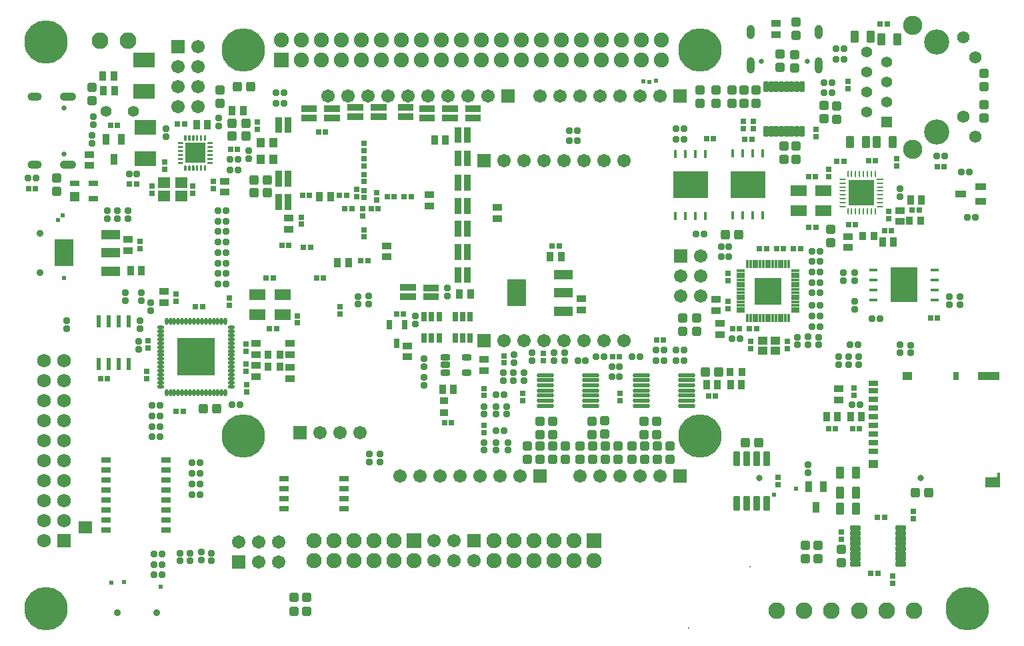
<source format=gbs>
G04*
G04 #@! TF.GenerationSoftware,Altium Limited,Altium Designer,23.11.1 (41)*
G04*
G04 Layer_Color=16711935*
%FSLAX44Y44*%
%MOMM*%
G71*
G04*
G04 #@! TF.SameCoordinates,8D0F9430-818D-4280-9ADF-FC2C5230366B*
G04*
G04*
G04 #@! TF.FilePolarity,Negative*
G04*
G01*
G75*
%ADD25R,0.8000X1.0000*%
%ADD51R,0.6000X1.5500*%
%ADD66R,0.7600X0.7600*%
%ADD67R,1.1532X0.9532*%
G04:AMPARAMS|DCode=74|XSize=0.8032mm|YSize=0.8032mm|CornerRadius=0.1616mm|HoleSize=0mm|Usage=FLASHONLY|Rotation=90.000|XOffset=0mm|YOffset=0mm|HoleType=Round|Shape=RoundedRectangle|*
%AMROUNDEDRECTD74*
21,1,0.8032,0.4800,0,0,90.0*
21,1,0.4800,0.8032,0,0,90.0*
1,1,0.3232,0.2400,0.2400*
1,1,0.3232,0.2400,-0.2400*
1,1,0.3232,-0.2400,-0.2400*
1,1,0.3232,-0.2400,0.2400*
%
%ADD74ROUNDEDRECTD74*%
%ADD75R,0.9532X1.1532*%
G04:AMPARAMS|DCode=82|XSize=0.8032mm|YSize=0.8032mm|CornerRadius=0.1616mm|HoleSize=0mm|Usage=FLASHONLY|Rotation=180.000|XOffset=0mm|YOffset=0mm|HoleType=Round|Shape=RoundedRectangle|*
%AMROUNDEDRECTD82*
21,1,0.8032,0.4800,0,0,180.0*
21,1,0.4800,0.8032,0,0,180.0*
1,1,0.3232,-0.2400,0.2400*
1,1,0.3232,0.2400,0.2400*
1,1,0.3232,0.2400,-0.2400*
1,1,0.3232,-0.2400,-0.2400*
%
%ADD82ROUNDEDRECTD82*%
%ADD83R,0.8382X1.4732*%
G04:AMPARAMS|DCode=85|XSize=1.2032mm|YSize=1.1032mm|CornerRadius=0.2141mm|HoleSize=0mm|Usage=FLASHONLY|Rotation=0.000|XOffset=0mm|YOffset=0mm|HoleType=Round|Shape=RoundedRectangle|*
%AMROUNDEDRECTD85*
21,1,1.2032,0.6750,0,0,0.0*
21,1,0.7750,1.1032,0,0,0.0*
1,1,0.4282,0.3875,-0.3375*
1,1,0.4282,-0.3875,-0.3375*
1,1,0.4282,-0.3875,0.3375*
1,1,0.4282,0.3875,0.3375*
%
%ADD85ROUNDEDRECTD85*%
%ADD87C,0.9000*%
%ADD88C,0.8032*%
%ADD89C,0.5588*%
%ADD90C,5.5032*%
%ADD91C,1.3900*%
%ADD92C,1.9032*%
%ADD93C,1.7032*%
%ADD94C,2.1032*%
%ADD95C,1.9304*%
%ADD96C,1.4032*%
%ADD97C,1.7532*%
%ADD98R,1.7032X1.7032*%
%ADD99C,1.5700*%
%ADD100R,1.7532X1.7532*%
%ADD101R,1.9032X1.9032*%
%ADD102R,1.8796X1.8796*%
%ADD103C,3.2000*%
%ADD104R,1.3900X1.3900*%
%ADD105C,2.4500*%
G04:AMPARAMS|DCode=106|XSize=1mm|YSize=1.8mm|CornerRadius=0.5mm|HoleSize=0mm|Usage=FLASHONLY|Rotation=180.000|XOffset=0mm|YOffset=0mm|HoleType=Round|Shape=RoundedRectangle|*
%AMROUNDEDRECTD106*
21,1,1.0000,0.8000,0,0,180.0*
21,1,0.0000,1.8000,0,0,180.0*
1,1,1.0000,0.0000,0.4000*
1,1,1.0000,0.0000,0.4000*
1,1,1.0000,0.0000,-0.4000*
1,1,1.0000,0.0000,-0.4000*
%
%ADD106ROUNDEDRECTD106*%
G04:AMPARAMS|DCode=107|XSize=1mm|YSize=2.1mm|CornerRadius=0.5mm|HoleSize=0mm|Usage=FLASHONLY|Rotation=180.000|XOffset=0mm|YOffset=0mm|HoleType=Round|Shape=RoundedRectangle|*
%AMROUNDEDRECTD107*
21,1,1.0000,1.1000,0,0,180.0*
21,1,0.0000,2.1000,0,0,180.0*
1,1,1.0000,0.0000,0.5500*
1,1,1.0000,0.0000,0.5500*
1,1,1.0000,0.0000,-0.5500*
1,1,1.0000,0.0000,-0.5500*
%
%ADD107ROUNDEDRECTD107*%
%ADD108C,0.6500*%
%ADD109R,1.7032X1.7032*%
%ADD110C,0.2032*%
G04:AMPARAMS|DCode=111|XSize=1mm|YSize=2.1mm|CornerRadius=0.5mm|HoleSize=0mm|Usage=FLASHONLY|Rotation=270.000|XOffset=0mm|YOffset=0mm|HoleType=Round|Shape=RoundedRectangle|*
%AMROUNDEDRECTD111*
21,1,1.0000,1.1000,0,0,270.0*
21,1,0.0000,2.1000,0,0,270.0*
1,1,1.0000,-0.5500,0.0000*
1,1,1.0000,-0.5500,0.0000*
1,1,1.0000,0.5500,0.0000*
1,1,1.0000,0.5500,0.0000*
%
%ADD111ROUNDEDRECTD111*%
G04:AMPARAMS|DCode=112|XSize=1mm|YSize=1.8mm|CornerRadius=0.5mm|HoleSize=0mm|Usage=FLASHONLY|Rotation=270.000|XOffset=0mm|YOffset=0mm|HoleType=Round|Shape=RoundedRectangle|*
%AMROUNDEDRECTD112*
21,1,1.0000,0.8000,0,0,270.0*
21,1,0.0000,1.8000,0,0,270.0*
1,1,1.0000,-0.4000,0.0000*
1,1,1.0000,-0.4000,0.0000*
1,1,1.0000,0.4000,0.0000*
1,1,1.0000,0.4000,0.0000*
%
%ADD112ROUNDEDRECTD112*%
%ADD113C,0.6096*%
%ADD139R,1.2700X0.7600*%
G04:AMPARAMS|DCode=145|XSize=0.8078mm|YSize=0.2393mm|CornerRadius=0.1196mm|HoleSize=0mm|Usage=FLASHONLY|Rotation=180.000|XOffset=0mm|YOffset=0mm|HoleType=Round|Shape=RoundedRectangle|*
%AMROUNDEDRECTD145*
21,1,0.8078,0.0000,0,0,180.0*
21,1,0.5686,0.2393,0,0,180.0*
1,1,0.2393,-0.2843,0.0000*
1,1,0.2393,0.2843,0.0000*
1,1,0.2393,0.2843,0.0000*
1,1,0.2393,-0.2843,0.0000*
%
%ADD145ROUNDEDRECTD145*%
G04:AMPARAMS|DCode=146|XSize=0.2393mm|YSize=0.8078mm|CornerRadius=0.1196mm|HoleSize=0mm|Usage=FLASHONLY|Rotation=180.000|XOffset=0mm|YOffset=0mm|HoleType=Round|Shape=RoundedRectangle|*
%AMROUNDEDRECTD146*
21,1,0.2393,0.5686,0,0,180.0*
21,1,0.0000,0.8078,0,0,180.0*
1,1,0.2393,0.0000,0.2843*
1,1,0.2393,0.0000,0.2843*
1,1,0.2393,0.0000,-0.2843*
1,1,0.2393,0.0000,-0.2843*
%
%ADD146ROUNDEDRECTD146*%
%ADD148R,3.2000X3.2000*%
%ADD149R,4.4000X3.5000*%
G04:AMPARAMS|DCode=150|XSize=1.0611mm|YSize=0.3925mm|CornerRadius=0.1962mm|HoleSize=0mm|Usage=FLASHONLY|Rotation=90.000|XOffset=0mm|YOffset=0mm|HoleType=Round|Shape=RoundedRectangle|*
%AMROUNDEDRECTD150*
21,1,1.0611,0.0000,0,0,90.0*
21,1,0.6686,0.3925,0,0,90.0*
1,1,0.3925,0.0000,0.3343*
1,1,0.3925,0.0000,-0.3343*
1,1,0.3925,0.0000,-0.3343*
1,1,0.3925,0.0000,0.3343*
%
%ADD150ROUNDEDRECTD150*%
%ADD151R,3.5000X4.4000*%
G04:AMPARAMS|DCode=152|XSize=1.0611mm|YSize=0.3925mm|CornerRadius=0.1962mm|HoleSize=0mm|Usage=FLASHONLY|Rotation=0.000|XOffset=0mm|YOffset=0mm|HoleType=Round|Shape=RoundedRectangle|*
%AMROUNDEDRECTD152*
21,1,1.0611,0.0000,0,0,0.0*
21,1,0.6686,0.3925,0,0,0.0*
1,1,0.3925,0.3343,0.0000*
1,1,0.3925,-0.3343,0.0000*
1,1,0.3925,-0.3343,0.0000*
1,1,0.3925,0.3343,0.0000*
%
%ADD152ROUNDEDRECTD152*%
%ADD153R,2.8000X1.0000*%
%ADD154R,1.2000X1.0000*%
%ADD158C,1.1447*%
%ADD159R,1.2000X0.7000*%
%ADD164R,1.1000X1.3000*%
%ADD165R,2.5000X2.5000*%
%ADD175R,0.3925X1.0611*%
%ADD176R,1.0611X0.3925*%
%ADD177R,0.8078X0.2393*%
%ADD178C,0.2520*%
%ADD184R,1.8000X1.6000*%
%ADD185R,0.7600X0.7600*%
G04:AMPARAMS|DCode=186|XSize=0.6032mm|YSize=1.4032mm|CornerRadius=0.1516mm|HoleSize=0mm|Usage=FLASHONLY|Rotation=90.000|XOffset=0mm|YOffset=0mm|HoleType=Round|Shape=RoundedRectangle|*
%AMROUNDEDRECTD186*
21,1,0.6032,1.1000,0,0,90.0*
21,1,0.3000,1.4032,0,0,90.0*
1,1,0.3032,0.5500,0.1500*
1,1,0.3032,0.5500,-0.1500*
1,1,0.3032,-0.5500,-0.1500*
1,1,0.3032,-0.5500,0.1500*
%
%ADD186ROUNDEDRECTD186*%
G04:AMPARAMS|DCode=187|XSize=1.5032mm|YSize=1.0032mm|CornerRadius=0.2016mm|HoleSize=0mm|Usage=FLASHONLY|Rotation=90.000|XOffset=0mm|YOffset=0mm|HoleType=Round|Shape=RoundedRectangle|*
%AMROUNDEDRECTD187*
21,1,1.5032,0.6000,0,0,90.0*
21,1,1.1000,1.0032,0,0,90.0*
1,1,0.4032,0.3000,0.5500*
1,1,0.4032,0.3000,-0.5500*
1,1,0.4032,-0.3000,-0.5500*
1,1,0.4032,-0.3000,0.5500*
%
%ADD187ROUNDEDRECTD187*%
%ADD188R,0.8032X1.2032*%
G04:AMPARAMS|DCode=189|XSize=1.2532mm|YSize=0.8032mm|CornerRadius=0.2516mm|HoleSize=0mm|Usage=FLASHONLY|Rotation=180.000|XOffset=0mm|YOffset=0mm|HoleType=Round|Shape=RoundedRectangle|*
%AMROUNDEDRECTD189*
21,1,1.2532,0.3000,0,0,180.0*
21,1,0.7500,0.8032,0,0,180.0*
1,1,0.5032,-0.3750,0.1500*
1,1,0.5032,0.3750,0.1500*
1,1,0.5032,0.3750,-0.1500*
1,1,0.5032,-0.3750,-0.1500*
%
%ADD189ROUNDEDRECTD189*%
%ADD190O,2.2032X0.5532*%
G04:AMPARAMS|DCode=191|XSize=0.6032mm|YSize=1.4032mm|CornerRadius=0.1516mm|HoleSize=0mm|Usage=FLASHONLY|Rotation=180.000|XOffset=0mm|YOffset=0mm|HoleType=Round|Shape=RoundedRectangle|*
%AMROUNDEDRECTD191*
21,1,0.6032,1.1000,0,0,180.0*
21,1,0.3000,1.4032,0,0,180.0*
1,1,0.3032,-0.1500,0.5500*
1,1,0.3032,0.1500,0.5500*
1,1,0.3032,0.1500,-0.5500*
1,1,0.3032,-0.1500,-0.5500*
%
%ADD191ROUNDEDRECTD191*%
%ADD192R,1.4032X0.8532*%
%ADD193R,2.1032X1.4032*%
%ADD194R,3.4032X3.4032*%
%ADD195R,0.4032X1.0532*%
%ADD196R,1.1532X1.0032*%
G04:AMPARAMS|DCode=197|XSize=1.2032mm|YSize=1.1032mm|CornerRadius=0.2141mm|HoleSize=0mm|Usage=FLASHONLY|Rotation=270.000|XOffset=0mm|YOffset=0mm|HoleType=Round|Shape=RoundedRectangle|*
%AMROUNDEDRECTD197*
21,1,1.2032,0.6750,0,0,270.0*
21,1,0.7750,1.1032,0,0,270.0*
1,1,0.4282,-0.3375,-0.3875*
1,1,0.4282,-0.3375,0.3875*
1,1,0.4282,0.3375,0.3875*
1,1,0.4282,0.3375,-0.3875*
%
%ADD197ROUNDEDRECTD197*%
%ADD198R,0.8532X1.4032*%
%ADD199R,2.3532X1.2032*%
G04:AMPARAMS|DCode=200|XSize=0.8532mm|YSize=1.8532mm|CornerRadius=0.1504mm|HoleSize=0mm|Usage=FLASHONLY|Rotation=0.000|XOffset=0mm|YOffset=0mm|HoleType=Round|Shape=RoundedRectangle|*
%AMROUNDEDRECTD200*
21,1,0.8532,1.5525,0,0,0.0*
21,1,0.5525,1.8532,0,0,0.0*
1,1,0.3007,0.2763,-0.7763*
1,1,0.3007,-0.2763,-0.7763*
1,1,0.3007,-0.2763,0.7763*
1,1,0.3007,0.2763,0.7763*
%
%ADD200ROUNDEDRECTD200*%
%ADD201R,1.6032X1.4032*%
%ADD202R,1.2032X1.2032*%
%ADD203O,0.9532X0.4532*%
%ADD204R,4.7032X4.7032*%
%ADD205O,0.4532X0.9532*%
%ADD206R,0.8532X0.5032*%
%ADD207R,0.5032X0.8532*%
%ADD208R,0.8432X1.1232*%
%ADD209R,2.3532X3.4532*%
%ADD210R,1.0532X0.4032*%
%ADD211R,2.7032X1.9032*%
%ADD212R,1.2032X0.8032*%
%ADD213R,1.1232X0.8432*%
G36*
X633280Y887807D02*
X633674Y887413D01*
X633887Y886898D01*
Y886620D01*
Y886341D01*
X633674Y885827D01*
X633280Y885433D01*
X632766Y885220D01*
X626987D01*
Y888020D01*
X632766D01*
X633280Y887807D01*
D02*
G37*
G36*
X632487Y893020D02*
X632766D01*
X633280Y892807D01*
X633674Y892413D01*
X633887Y891898D01*
Y891620D01*
Y891341D01*
X633674Y890827D01*
X633280Y890433D01*
X632766Y890220D01*
X626987D01*
Y893020D01*
X632487D01*
Y893020D01*
D02*
G37*
G36*
X633280Y897807D02*
X633674Y897413D01*
X633887Y896898D01*
Y896620D01*
Y896341D01*
X633674Y895827D01*
X633280Y895433D01*
X632766Y895220D01*
X626987D01*
Y898020D01*
X632766D01*
X633280Y897807D01*
D02*
G37*
G36*
X637556Y883532D02*
X637949Y883138D01*
X638162Y882624D01*
Y882345D01*
Y876845D01*
X635363D01*
Y882345D01*
Y882624D01*
X635576Y883138D01*
X635970Y883532D01*
X636484Y883745D01*
X637041D01*
X637556Y883532D01*
D02*
G37*
G36*
X642555D02*
X642949Y883138D01*
X643163Y882624D01*
Y882345D01*
X643163Y876845D01*
X640362D01*
Y882345D01*
Y882624D01*
X640576Y883138D01*
X640969Y883532D01*
X641484Y883745D01*
X642041D01*
X642555Y883532D01*
D02*
G37*
G36*
X647556D02*
X647949Y883138D01*
X648163Y882624D01*
Y882345D01*
Y876845D01*
X645362D01*
Y882345D01*
Y882624D01*
X645576Y883138D01*
X645969Y883532D01*
X646484Y883745D01*
X647041D01*
X647556Y883532D01*
D02*
G37*
G36*
X633280Y902807D02*
X633674Y902413D01*
X633887Y901898D01*
Y901620D01*
Y901341D01*
X633674Y900827D01*
X633280Y900433D01*
X632766Y900220D01*
X626987D01*
Y903020D01*
X632766D01*
X633280Y902807D01*
D02*
G37*
G36*
Y907807D02*
X633674Y907413D01*
X633887Y906898D01*
Y906620D01*
Y906341D01*
X633674Y905827D01*
X633280Y905433D01*
X632766Y905220D01*
X632487D01*
X626987Y905220D01*
Y908020D01*
X632766D01*
X633280Y907807D01*
D02*
G37*
G36*
Y912807D02*
X633674Y912413D01*
X633887Y911898D01*
Y911620D01*
Y911341D01*
X633674Y910827D01*
X633280Y910433D01*
X632766Y910220D01*
X626987D01*
Y913020D01*
X632766D01*
X633280Y912807D01*
D02*
G37*
G36*
X638162Y915895D02*
Y915617D01*
X637949Y915102D01*
X637556Y914708D01*
X637041Y914495D01*
X636484D01*
X635970Y914708D01*
X635576Y915102D01*
X635363Y915617D01*
Y915895D01*
Y921395D01*
X638162D01*
Y915895D01*
D02*
G37*
G36*
X643163D02*
X643163D01*
Y915617D01*
X642949Y915102D01*
X642555Y914708D01*
X642041Y914495D01*
X641484D01*
X640969Y914708D01*
X640576Y915102D01*
X640362Y915617D01*
Y915895D01*
Y921395D01*
X643163D01*
Y915895D01*
D02*
G37*
G36*
X648163D02*
Y915617D01*
X647949Y915102D01*
X647556Y914708D01*
X647041Y914495D01*
X646484D01*
X645969Y914708D01*
X645576Y915102D01*
X645362Y915617D01*
Y915895D01*
Y921395D01*
X648163D01*
Y915895D01*
D02*
G37*
G36*
X663163D02*
Y915617D01*
X662949Y915102D01*
X662555Y914708D01*
X662041Y914495D01*
X661484D01*
X660969Y914708D01*
X660576Y915102D01*
X660362Y915617D01*
Y915895D01*
Y921395D01*
X663163D01*
Y915895D01*
D02*
G37*
G36*
X658163D02*
Y915617D01*
X657949Y915102D01*
X657556Y914708D01*
X657041Y914495D01*
X656484D01*
X655969Y914708D01*
X655576Y915102D01*
X655362Y915617D01*
Y915895D01*
X655362Y921395D01*
X658163D01*
Y915895D01*
D02*
G37*
G36*
X653163D02*
Y915617D01*
X652949Y915102D01*
X652555Y914708D01*
X652041Y914495D01*
X651484D01*
X650969Y914708D01*
X650576Y915102D01*
X650362Y915617D01*
Y915895D01*
Y921395D01*
X653163D01*
Y915895D01*
D02*
G37*
G36*
X671537Y910220D02*
X665759D01*
X665245Y910433D01*
X664851Y910827D01*
X664638Y911341D01*
Y911620D01*
Y911898D01*
X664851Y912413D01*
X665245Y912807D01*
X665759Y913020D01*
X671537D01*
Y910220D01*
D02*
G37*
G36*
Y905220D02*
X666038D01*
Y905220D01*
X665759D01*
X665245Y905433D01*
X664851Y905827D01*
X664638Y906341D01*
Y906620D01*
Y906898D01*
X664851Y907413D01*
X665245Y907807D01*
X665759Y908020D01*
X671537D01*
Y905220D01*
D02*
G37*
G36*
Y900220D02*
X665759D01*
X665245Y900433D01*
X664851Y900827D01*
X664638Y901341D01*
Y901620D01*
Y901898D01*
X664851Y902413D01*
X665245Y902807D01*
X665759Y903020D01*
X671537D01*
Y900220D01*
D02*
G37*
G36*
Y895220D02*
X665759D01*
X665245Y895433D01*
X664851Y895827D01*
X664638Y896341D01*
Y896620D01*
Y896898D01*
X664851Y897413D01*
X665245Y897807D01*
X665759Y898020D01*
X671537D01*
Y895220D01*
D02*
G37*
G36*
Y890220D02*
X665759D01*
X665245Y890433D01*
X664851Y890827D01*
X664638Y891341D01*
Y891620D01*
Y891898D01*
X664851Y892413D01*
X665245Y892807D01*
X665759Y893020D01*
X666038D01*
X671537Y893020D01*
Y890220D01*
D02*
G37*
G36*
Y885220D02*
X665759D01*
X665245Y885433D01*
X664851Y885827D01*
X664638Y886341D01*
Y886620D01*
Y886898D01*
X664851Y887413D01*
X665245Y887807D01*
X665759Y888020D01*
X671537D01*
Y885220D01*
D02*
G37*
G36*
X662555Y883532D02*
X662949Y883138D01*
X663163Y882624D01*
Y882345D01*
Y876845D01*
X660362D01*
Y882345D01*
Y882624D01*
X660576Y883138D01*
X660969Y883532D01*
X661484Y883745D01*
X662041D01*
X662555Y883532D01*
D02*
G37*
G36*
X657556D02*
X657949Y883138D01*
X658163Y882624D01*
Y882345D01*
Y876845D01*
X655362D01*
Y882345D01*
X655362D01*
Y882624D01*
X655576Y883138D01*
X655969Y883532D01*
X656484Y883745D01*
X657041D01*
X657556Y883532D01*
D02*
G37*
G36*
X652555D02*
X652949Y883138D01*
X653163Y882624D01*
Y882345D01*
Y876845D01*
X650362D01*
Y882345D01*
Y882624D01*
X650576Y883138D01*
X650969Y883532D01*
X651484Y883745D01*
X652041D01*
X652555Y883532D01*
D02*
G37*
G36*
X1671350Y474346D02*
X1652350D01*
Y487346D01*
X1666350D01*
X1667850Y488846D01*
Y492846D01*
X1671350D01*
Y474346D01*
D02*
G37*
D25*
X1615850Y615846D02*
D03*
D51*
X527050Y684860D02*
D03*
X539750D02*
D03*
X552450D02*
D03*
X565150D02*
D03*
X552450Y630860D02*
D03*
X527050D02*
D03*
X539750D02*
D03*
X565150D02*
D03*
D66*
X1470000Y417600D02*
D03*
Y408400D02*
D03*
X1540000Y891600D02*
D03*
Y882400D02*
D03*
X1453725Y869139D02*
D03*
Y878339D02*
D03*
X728000Y938600D02*
D03*
Y929400D02*
D03*
X864000Y862730D02*
D03*
Y871930D02*
D03*
Y842400D02*
D03*
Y851600D02*
D03*
X854000Y843400D02*
D03*
Y852600D02*
D03*
X861963Y819360D02*
D03*
Y828560D02*
D03*
X1065324Y584600D02*
D03*
X1188720Y584680D02*
D03*
X1478280Y990120D02*
D03*
X1437640Y929160D02*
D03*
X1357652Y939320D02*
D03*
X1345473D02*
D03*
X1530350Y825020D02*
D03*
X880000Y839400D02*
D03*
X1485900Y600776D02*
D03*
X1401587Y659920D02*
D03*
X1354370Y650720D02*
D03*
X1561000Y443600D02*
D03*
X1535000Y352400D02*
D03*
X1389380Y478000D02*
D03*
X1325880Y737080D02*
D03*
Y701520D02*
D03*
X864000Y902400D02*
D03*
Y891600D02*
D03*
Y801600D02*
D03*
X784000Y808480D02*
D03*
X610870Y878050D02*
D03*
X672467Y853534D02*
D03*
X646430Y856770D02*
D03*
X594795Y847570D02*
D03*
X579000Y786600D02*
D03*
X833000Y704200D02*
D03*
X779331Y683177D02*
D03*
X693000Y714600D02*
D03*
X714000Y647400D02*
D03*
Y622000D02*
D03*
X715000Y595800D02*
D03*
X625000Y719600D02*
D03*
X589000Y660600D02*
D03*
X588000Y612400D02*
D03*
X1485900Y591576D02*
D03*
X1530350Y815820D02*
D03*
X1478280Y980920D02*
D03*
X693000Y705400D02*
D03*
X589000Y651400D02*
D03*
X715000Y605000D02*
D03*
X588000Y621600D02*
D03*
X1016000Y544196D02*
D03*
X784000Y817679D02*
D03*
X880000Y848600D02*
D03*
X1016000Y590945D02*
D03*
X1091578Y635480D02*
D03*
X1041400Y641585D02*
D03*
X625000Y710400D02*
D03*
X864000Y792400D02*
D03*
Y911600D02*
D03*
Y882400D02*
D03*
X1389380Y487200D02*
D03*
X1325880Y710720D02*
D03*
Y746280D02*
D03*
X1016000Y553396D02*
D03*
X1091578Y644680D02*
D03*
X1016000Y600144D02*
D03*
X1041400Y632385D02*
D03*
X779331Y692377D02*
D03*
X1401587Y650720D02*
D03*
X1354370Y659920D02*
D03*
X833000Y695000D02*
D03*
X1345473Y930120D02*
D03*
X1357652D02*
D03*
X1437640Y919960D02*
D03*
X579000Y777400D02*
D03*
X1561000Y434400D02*
D03*
X1535000Y361600D02*
D03*
X1065324Y593800D02*
D03*
X1188720Y593880D02*
D03*
X714000Y656600D02*
D03*
Y631200D02*
D03*
X646430Y847570D02*
D03*
X594795Y856770D02*
D03*
X610870Y887250D02*
D03*
X672467Y862735D02*
D03*
D67*
X1016000Y636920D02*
D03*
X919000Y640000D02*
D03*
X1386840Y1049640D02*
D03*
X1544320Y826150D02*
D03*
X947000Y846000D02*
D03*
X1033000Y830000D02*
D03*
X1478280Y779130D02*
D03*
X1466850Y599578D02*
D03*
X892000Y767000D02*
D03*
X1310640Y699120D02*
D03*
X1315720Y668640D02*
D03*
X1140000Y714000D02*
D03*
X768000Y802482D02*
D03*
X514682Y883270D02*
D03*
X686816Y849488D02*
D03*
X564000Y789000D02*
D03*
X769620Y657240D02*
D03*
X726440Y615300D02*
D03*
Y643240D02*
D03*
X769620Y612760D02*
D03*
X610000Y723000D02*
D03*
X1466850Y585578D02*
D03*
X1544320Y812150D02*
D03*
X947000Y832000D02*
D03*
X1478280Y793130D02*
D03*
X768000Y816481D02*
D03*
X1033000Y816000D02*
D03*
X769620Y626760D02*
D03*
Y643240D02*
D03*
X1140000Y700000D02*
D03*
X1310640Y713120D02*
D03*
X892000Y781000D02*
D03*
X919000Y654000D02*
D03*
X1315720Y682640D02*
D03*
X1386840Y1063640D02*
D03*
X564000Y775000D02*
D03*
X1016000Y622920D02*
D03*
X610000Y709000D02*
D03*
X726440Y657240D02*
D03*
Y629300D02*
D03*
X686816Y863488D02*
D03*
X514682Y897270D02*
D03*
D74*
X1124590Y927689D02*
D03*
X1134590D02*
D03*
Y914400D02*
D03*
X1124590D02*
D03*
X1178165Y627968D02*
D03*
X1158320Y640080D02*
D03*
X1269920Y635351D02*
D03*
Y648639D02*
D03*
X1473120Y1017952D02*
D03*
X1601000Y895000D02*
D03*
X703500Y877392D02*
D03*
X565230Y872364D02*
D03*
X447000Y867000D02*
D03*
X1632000Y875000D02*
D03*
X1622000D02*
D03*
X1640000Y817000D02*
D03*
X1630000D02*
D03*
X688345Y732766D02*
D03*
X678345D02*
D03*
Y746055D02*
D03*
X688345D02*
D03*
X678345Y759343D02*
D03*
X688345D02*
D03*
X678345Y772632D02*
D03*
X688345D02*
D03*
X678505Y785920D02*
D03*
X688505D02*
D03*
X678345Y799209D02*
D03*
X688345D02*
D03*
X678345Y812497D02*
D03*
X688345D02*
D03*
X678345Y825786D02*
D03*
X688345D02*
D03*
X604440Y578399D02*
D03*
X594440D02*
D03*
X604440Y565110D02*
D03*
X594440D02*
D03*
X604440Y551768D02*
D03*
X594440D02*
D03*
X604440Y538480D02*
D03*
X594440D02*
D03*
X655320Y505460D02*
D03*
X645320D02*
D03*
X655240Y492172D02*
D03*
X645240D02*
D03*
X655320Y478883D02*
D03*
X645320D02*
D03*
X655240Y464820D02*
D03*
X645240D02*
D03*
X607060Y363220D02*
D03*
X597060D02*
D03*
X606980Y376508D02*
D03*
X596980D02*
D03*
X606980Y389797D02*
D03*
X596980D02*
D03*
X1490900Y656035D02*
D03*
X1480900D02*
D03*
X1493440Y579120D02*
D03*
X1483440D02*
D03*
X1591000Y895000D02*
D03*
X1168320Y640080D02*
D03*
X1442640Y761226D02*
D03*
X1432640D02*
D03*
X703500Y890680D02*
D03*
X693500D02*
D03*
X1518840Y688366D02*
D03*
X1442640Y692057D02*
D03*
X1285320Y796306D02*
D03*
X1259920Y929640D02*
D03*
Y916234D02*
D03*
X751920Y962072D02*
D03*
X1331040Y662906D02*
D03*
X1031320Y546810D02*
D03*
X1234520Y648639D02*
D03*
X1031320Y592530D02*
D03*
X1442640Y678768D02*
D03*
X1259920Y648639D02*
D03*
X1204040Y640351D02*
D03*
X1508840Y688366D02*
D03*
X1341040Y662906D02*
D03*
X761920Y975360D02*
D03*
X751920D02*
D03*
X761920Y962072D02*
D03*
X1317070Y780368D02*
D03*
X1327070D02*
D03*
X1442640Y774514D02*
D03*
X1432640D02*
D03*
X1317150Y767080D02*
D03*
X1327150D02*
D03*
X1442640Y747937D02*
D03*
X1432640D02*
D03*
X1442560Y734649D02*
D03*
X1432560D02*
D03*
X1269920Y916234D02*
D03*
X1442560Y721360D02*
D03*
X1432560D02*
D03*
X1442640Y705346D02*
D03*
X1432640D02*
D03*
X1269920Y929640D02*
D03*
X1432640Y692057D02*
D03*
X1295320Y796306D02*
D03*
X1432640Y678768D02*
D03*
X1473120Y1031240D02*
D03*
X1463120D02*
D03*
Y1017952D02*
D03*
X1447880Y975360D02*
D03*
X1457880D02*
D03*
X1447880Y988649D02*
D03*
X1457880D02*
D03*
X1244520Y648639D02*
D03*
X1234600Y635351D02*
D03*
X1244600D02*
D03*
X1259920D02*
D03*
X1214040Y640351D02*
D03*
X1145031Y635472D02*
D03*
X1135032D02*
D03*
X1178165Y614680D02*
D03*
X1188165D02*
D03*
Y627968D02*
D03*
X1041320Y546810D02*
D03*
Y592530D02*
D03*
X696040Y579120D02*
D03*
X706040D02*
D03*
X575230Y872364D02*
D03*
X693500Y877392D02*
D03*
X437000Y867000D02*
D03*
D75*
X977280Y598869D02*
D03*
X1312645Y604496D02*
D03*
X1557640Y839470D02*
D03*
X967120Y915670D02*
D03*
X1536080Y785760D02*
D03*
X1343040Y604496D02*
D03*
X1481440Y563880D02*
D03*
X1450960D02*
D03*
X1114000Y767000D02*
D03*
X998870Y719563D02*
D03*
X821000Y844000D02*
D03*
X710100Y953180D02*
D03*
X664860Y934720D02*
D03*
X532100Y996950D02*
D03*
X532750Y977900D02*
D03*
X829921Y760000D02*
D03*
X581000Y750000D02*
D03*
X1571640Y839470D02*
D03*
X1522080Y785760D02*
D03*
X1100000Y767000D02*
D03*
X843921Y760000D02*
D03*
X984870Y719563D02*
D03*
X1464960Y563880D02*
D03*
X1495440D02*
D03*
X953120Y915670D02*
D03*
X807000Y844000D02*
D03*
X567000Y750000D02*
D03*
X1329040Y604496D02*
D03*
X1298645Y604496D02*
D03*
X963280Y598869D02*
D03*
X696100Y953180D02*
D03*
X650860Y934720D02*
D03*
X546100Y996950D02*
D03*
X546750Y977900D02*
D03*
D82*
X593000Y699000D02*
D03*
Y709000D02*
D03*
X929000Y692000D02*
D03*
Y682000D02*
D03*
X940000Y604000D02*
D03*
X1031240Y521490D02*
D03*
X1016000D02*
D03*
X1031240Y567210D02*
D03*
X1016000Y567290D02*
D03*
X1053512Y609680D02*
D03*
X1040223D02*
D03*
X1118188Y635472D02*
D03*
X1076960D02*
D03*
X1544320Y843360D02*
D03*
X1427480Y502840D02*
D03*
X716788Y901907D02*
D03*
X520000Y945000D02*
D03*
X486000Y676000D02*
D03*
Y686000D02*
D03*
X560796Y721608D02*
D03*
X560796Y711608D02*
D03*
X580810Y711280D02*
D03*
Y721280D02*
D03*
X550592Y825565D02*
D03*
Y815565D02*
D03*
X563880Y825420D02*
D03*
Y815420D02*
D03*
X537303Y825565D02*
D03*
Y815565D02*
D03*
X969556Y717630D02*
D03*
Y727630D02*
D03*
X884000Y517000D02*
D03*
Y507000D02*
D03*
X870000Y517000D02*
D03*
Y507000D02*
D03*
X579120Y675720D02*
D03*
Y685720D02*
D03*
X1466850Y640000D02*
D03*
Y630000D02*
D03*
X1479550Y640000D02*
D03*
Y630000D02*
D03*
X1492250Y640000D02*
D03*
Y630000D02*
D03*
X1544320Y655240D02*
D03*
Y645240D02*
D03*
X1558290Y645160D02*
D03*
Y655160D02*
D03*
X1544320Y853360D02*
D03*
X630000Y391000D02*
D03*
Y381000D02*
D03*
X643000Y391000D02*
D03*
Y381000D02*
D03*
X657000Y392000D02*
D03*
Y382000D02*
D03*
X670000Y381000D02*
D03*
Y391000D02*
D03*
X1487186Y710263D02*
D03*
Y700263D02*
D03*
X716788Y891907D02*
D03*
X1016000Y531490D02*
D03*
X1487170Y746680D02*
D03*
X1016000Y577290D02*
D03*
X1104900Y635472D02*
D03*
X869259Y717062D02*
D03*
X855971Y716982D02*
D03*
X1054134Y642969D02*
D03*
X1607114Y706200D02*
D03*
X1472635Y746765D02*
D03*
X1414321Y655320D02*
D03*
X1076960Y645472D02*
D03*
X1620520Y706200D02*
D03*
X1440898Y655320D02*
D03*
X1040223Y619680D02*
D03*
X1427609Y655480D02*
D03*
X940000Y614000D02*
D03*
X1427480Y492840D02*
D03*
X855971Y706982D02*
D03*
X869259Y707062D02*
D03*
X1472635Y736765D02*
D03*
X1487170Y736680D02*
D03*
X1620520Y716200D02*
D03*
X1607114D02*
D03*
X1414321Y665320D02*
D03*
X1440898D02*
D03*
X1427609Y665480D02*
D03*
X1118188Y645472D02*
D03*
X1104900D02*
D03*
X1066800Y619680D02*
D03*
Y609680D02*
D03*
X1054134Y632969D02*
D03*
X1031240Y577210D02*
D03*
X1053512Y619680D02*
D03*
X1044529Y567210D02*
D03*
Y577210D02*
D03*
X1031240Y531490D02*
D03*
X1046480Y521490D02*
D03*
Y531490D02*
D03*
X940000Y638000D02*
D03*
Y628000D02*
D03*
X577810Y650105D02*
D03*
Y660105D02*
D03*
X679450Y933610D02*
D03*
Y943610D02*
D03*
X612140Y919560D02*
D03*
Y929560D02*
D03*
X520000Y935000D02*
D03*
X517821Y911174D02*
D03*
Y921173D02*
D03*
D83*
X514119Y424000D02*
D03*
X505881D02*
D03*
D85*
X1087200Y558679D02*
D03*
X1103219D02*
D03*
X1153240D02*
D03*
X1169258Y558800D02*
D03*
X1219200Y558679D02*
D03*
X1235219D02*
D03*
X1463819Y958460D02*
D03*
X1412240Y1048140D02*
D03*
X1410415Y1024040D02*
D03*
X1391920Y1024500D02*
D03*
X1330960Y961780D02*
D03*
X680832Y978780D02*
D03*
X518000Y982500D02*
D03*
X473710Y850020D02*
D03*
X1268000Y689500D02*
D03*
Y672500D02*
D03*
X1651000Y960500D02*
D03*
Y943500D02*
D03*
Y1000500D02*
D03*
Y983500D02*
D03*
X1456690Y802250D02*
D03*
Y785250D02*
D03*
X1286000Y689500D02*
D03*
Y672500D02*
D03*
X680832Y961780D02*
D03*
X1138000Y526660D02*
D03*
X1203960D02*
D03*
X1119237D02*
D03*
X1186056D02*
D03*
X774700Y317382D02*
D03*
X1424161Y383930D02*
D03*
X791090Y317382D02*
D03*
X1470000Y378500D02*
D03*
X1440180Y383930D02*
D03*
X1252016Y526660D02*
D03*
X1087200D02*
D03*
X1440180Y400930D02*
D03*
X1290320Y978780D02*
D03*
Y961780D02*
D03*
X1447800Y959731D02*
D03*
Y942730D02*
D03*
X1463819Y941460D02*
D03*
X1361440Y978780D02*
D03*
Y961780D02*
D03*
X1412240Y1065140D02*
D03*
X1310640Y961780D02*
D03*
Y978780D02*
D03*
X1410415Y1007040D02*
D03*
X1397000Y890660D02*
D03*
Y907660D02*
D03*
X1391920Y1007500D02*
D03*
X1330960Y978780D02*
D03*
X1412240Y890660D02*
D03*
Y907660D02*
D03*
X1346200Y978780D02*
D03*
Y961780D02*
D03*
X1235219Y541679D02*
D03*
X1219200D02*
D03*
X1219979Y509660D02*
D03*
Y526660D02*
D03*
X1235997Y509660D02*
D03*
Y526660D02*
D03*
X1203960Y509660D02*
D03*
X1252016D02*
D03*
X1470000Y395500D02*
D03*
X1087200Y541679D02*
D03*
X1103219D02*
D03*
X1169258Y541800D02*
D03*
X1153240Y541679D02*
D03*
X1087200Y509660D02*
D03*
X1103219D02*
D03*
Y526660D02*
D03*
X1170037Y509660D02*
D03*
Y526660D02*
D03*
X1154018Y509660D02*
D03*
Y526660D02*
D03*
X1138000Y509660D02*
D03*
X1186056D02*
D03*
X1071181D02*
D03*
Y526660D02*
D03*
X1119237Y509660D02*
D03*
X791090Y334382D02*
D03*
X1424161Y400930D02*
D03*
X774700Y334382D02*
D03*
X518000Y965500D02*
D03*
X473710Y867020D02*
D03*
D87*
X452000Y747000D02*
D03*
Y797000D02*
D03*
X600000Y315000D02*
D03*
X550000D02*
D03*
D88*
X1570501Y486002D02*
D03*
X1366000D02*
D03*
D89*
X1290000Y519119D02*
D03*
X1275235Y525235D02*
D03*
X1269119Y540000D02*
D03*
X1275235Y554765D02*
D03*
X1290000Y560881D02*
D03*
X1304765Y554765D02*
D03*
X1310881Y540000D02*
D03*
X1304765Y525235D02*
D03*
X724765D02*
D03*
X730881Y540000D02*
D03*
X724765Y554765D02*
D03*
X710000Y560881D02*
D03*
X695235Y554765D02*
D03*
X689119Y540000D02*
D03*
X695235Y525235D02*
D03*
X710000Y519119D02*
D03*
Y1009119D02*
D03*
X695235Y1015235D02*
D03*
X689119Y1030000D02*
D03*
X695235Y1044765D02*
D03*
X710000Y1050881D02*
D03*
X724765Y1044765D02*
D03*
X730881Y1030000D02*
D03*
X724765Y1015235D02*
D03*
X1304765D02*
D03*
X1310881Y1030000D02*
D03*
X1304765Y1044765D02*
D03*
X1290000Y1050881D02*
D03*
X1275235Y1044765D02*
D03*
X1269119Y1030000D02*
D03*
X1275235Y1015235D02*
D03*
X1290000Y1009119D02*
D03*
X460000Y299119D02*
D03*
X445235Y305235D02*
D03*
X439119Y320000D02*
D03*
X445235Y334765D02*
D03*
X460000Y340881D02*
D03*
X474765Y334765D02*
D03*
X480881Y320000D02*
D03*
X474765Y305235D02*
D03*
X1644765D02*
D03*
X1650881Y320000D02*
D03*
X1644765Y334765D02*
D03*
X1630000Y340881D02*
D03*
X1615235Y334765D02*
D03*
X1609119Y320000D02*
D03*
X1615235Y305235D02*
D03*
X1630000Y299119D02*
D03*
X460000Y1019119D02*
D03*
X445235Y1025235D02*
D03*
X439119Y1040000D02*
D03*
X445235Y1054765D02*
D03*
X460000Y1060881D02*
D03*
X474765Y1054765D02*
D03*
X480881Y1040000D02*
D03*
X474765Y1025235D02*
D03*
D90*
X1290000Y540000D02*
D03*
X710000D02*
D03*
Y1030000D02*
D03*
X1290000D02*
D03*
X460000Y320000D02*
D03*
X1630000D02*
D03*
X460000Y1040000D02*
D03*
D91*
X1502300Y1027300D02*
D03*
X1527700Y963800D02*
D03*
Y989200D02*
D03*
Y1014600D02*
D03*
X1502300Y951100D02*
D03*
Y976500D02*
D03*
Y1001900D02*
D03*
D92*
X1114300Y1042700D02*
D03*
X1165100D02*
D03*
X987300D02*
D03*
X1063500Y1017300D02*
D03*
X1241300D02*
D03*
X911100Y1042700D02*
D03*
X860300Y1017300D02*
D03*
X809500Y1042700D02*
D03*
X961900Y1017300D02*
D03*
X1241300Y1042700D02*
D03*
X1215900D02*
D03*
Y1017300D02*
D03*
X1190500Y1042700D02*
D03*
Y1017300D02*
D03*
X1165100D02*
D03*
X1139700Y1042700D02*
D03*
Y1017300D02*
D03*
X1114300D02*
D03*
X1088900Y1042700D02*
D03*
Y1017300D02*
D03*
X1063500Y1042700D02*
D03*
X1038100D02*
D03*
Y1017300D02*
D03*
X1012700Y1042700D02*
D03*
Y1017300D02*
D03*
X987300D02*
D03*
X961900Y1042700D02*
D03*
X936500D02*
D03*
Y1017300D02*
D03*
X911100D02*
D03*
X885700Y1042700D02*
D03*
Y1017300D02*
D03*
X860300Y1042700D02*
D03*
X834900D02*
D03*
Y1017300D02*
D03*
X809500D02*
D03*
X784100Y1042700D02*
D03*
Y1017300D02*
D03*
X758700Y1042700D02*
D03*
D93*
X1193800Y889000D02*
D03*
X893760Y971800D02*
D03*
X1291400Y717300D02*
D03*
X1193800Y660400D02*
D03*
X1061400Y489200D02*
D03*
X1036000D02*
D03*
X858520Y543560D02*
D03*
X755650Y405130D02*
D03*
X652780Y1033780D02*
D03*
X755650Y379730D02*
D03*
X652780Y1008380D02*
D03*
X959800Y489200D02*
D03*
X652780Y982980D02*
D03*
X1168400Y660400D02*
D03*
X985200Y489200D02*
D03*
X934400D02*
D03*
X1291400Y768100D02*
D03*
X704850Y405130D02*
D03*
X730250Y379730D02*
D03*
X652780Y957580D02*
D03*
X730250Y405130D02*
D03*
X995360Y971800D02*
D03*
X817560D02*
D03*
X842960D02*
D03*
X868360D02*
D03*
X919160D02*
D03*
X944560D02*
D03*
X969960D02*
D03*
X1020760D02*
D03*
X1239200Y489200D02*
D03*
X1213800D02*
D03*
X1188400D02*
D03*
X1163000D02*
D03*
X1137600D02*
D03*
X1266000Y717300D02*
D03*
X1291400Y742700D02*
D03*
X1266000D02*
D03*
X627380Y957580D02*
D03*
Y982980D02*
D03*
Y1008380D02*
D03*
X1168400Y889000D02*
D03*
X1143000D02*
D03*
X1117600D02*
D03*
X1092200D02*
D03*
X1066800D02*
D03*
X1041400D02*
D03*
X952500Y381000D02*
D03*
X977900D02*
D03*
X1003300D02*
D03*
X952500Y406400D02*
D03*
X977900D02*
D03*
X833120Y543560D02*
D03*
X807720D02*
D03*
X909000Y489200D02*
D03*
X1010600D02*
D03*
X1086800Y971800D02*
D03*
X1112200D02*
D03*
X1137600D02*
D03*
X1163000D02*
D03*
X1188400D02*
D03*
X1213800D02*
D03*
X1239200D02*
D03*
X1041400Y660400D02*
D03*
X1066800D02*
D03*
X1092200D02*
D03*
X1117600D02*
D03*
X1143000D02*
D03*
D94*
X1492400Y317500D02*
D03*
X1387400D02*
D03*
X528600Y1041400D02*
D03*
X1422400Y317500D02*
D03*
X1457400D02*
D03*
X563600Y1041400D02*
D03*
X1562400Y317500D02*
D03*
X1527400D02*
D03*
D95*
X1054100Y406400D02*
D03*
Y381000D02*
D03*
X825500Y406400D02*
D03*
Y381000D02*
D03*
X1028700D02*
D03*
Y406400D02*
D03*
X800100Y381000D02*
D03*
Y406400D02*
D03*
X850900Y381000D02*
D03*
X876300D02*
D03*
X901700D02*
D03*
X927100D02*
D03*
X850900Y406400D02*
D03*
X876300D02*
D03*
X901700D02*
D03*
X1130300D02*
D03*
X1104900D02*
D03*
X1079500D02*
D03*
X1155700Y381000D02*
D03*
X1130300D02*
D03*
X1104900D02*
D03*
X1079500D02*
D03*
D96*
X535738Y952246D02*
D03*
X570738D02*
D03*
D97*
X457200Y635000D02*
D03*
Y609600D02*
D03*
Y584200D02*
D03*
Y533400D02*
D03*
Y558800D02*
D03*
Y508000D02*
D03*
Y482600D02*
D03*
Y457200D02*
D03*
Y431800D02*
D03*
X482600Y457200D02*
D03*
Y558800D02*
D03*
Y584200D02*
D03*
Y482600D02*
D03*
Y431800D02*
D03*
Y533400D02*
D03*
Y508000D02*
D03*
Y635000D02*
D03*
Y609600D02*
D03*
X457200Y406400D02*
D03*
D98*
X782320Y543560D02*
D03*
X704850Y379730D02*
D03*
X1046160Y971800D02*
D03*
X1264600Y489200D02*
D03*
X1016000Y889000D02*
D03*
X1003300Y406400D02*
D03*
X1086800Y489200D02*
D03*
X1264600Y971800D02*
D03*
X1016000Y660400D02*
D03*
D99*
X1640200Y919600D02*
D03*
X1625000Y1046100D02*
D03*
Y945000D02*
D03*
X1640200Y1020700D02*
D03*
D100*
X482600Y406400D02*
D03*
D101*
X758700Y1017300D02*
D03*
D102*
X927100Y406400D02*
D03*
X1155700D02*
D03*
D103*
X1591200Y1040000D02*
D03*
Y925700D02*
D03*
D104*
X1527700Y938400D02*
D03*
D105*
X1560700Y1061600D02*
D03*
Y904100D02*
D03*
D106*
X1440700Y1052550D02*
D03*
X1354300D02*
D03*
D107*
X1440700Y1010750D02*
D03*
X1354300D02*
D03*
D108*
X1426400Y1015750D02*
D03*
X1368600D02*
D03*
X482350Y898200D02*
D03*
Y956000D02*
D03*
D109*
X1266000Y768100D02*
D03*
X627380Y1033780D02*
D03*
D110*
X1353913Y373566D02*
D03*
X1276131Y295784D02*
D03*
D111*
X487350Y883900D02*
D03*
Y970300D02*
D03*
D112*
X445550Y883900D02*
D03*
Y970300D02*
D03*
D113*
X605000Y348000D02*
D03*
X559000Y354000D02*
D03*
X543000Y353000D02*
D03*
X1234417Y991108D02*
D03*
X1226000Y989000D02*
D03*
X1218000Y990000D02*
D03*
X483000Y740000D02*
D03*
X481000Y820000D02*
D03*
X475000Y814000D02*
D03*
X1412000Y473000D02*
D03*
X1384000Y465000D02*
D03*
D139*
X838200Y485140D02*
D03*
Y472440D02*
D03*
Y459740D02*
D03*
Y447040D02*
D03*
X762000Y472440D02*
D03*
Y485140D02*
D03*
Y459740D02*
D03*
Y447040D02*
D03*
X535940Y496570D02*
D03*
Y433070D02*
D03*
Y483870D02*
D03*
Y458470D02*
D03*
Y471170D02*
D03*
Y445770D02*
D03*
Y509270D02*
D03*
Y420370D02*
D03*
X612140Y509270D02*
D03*
Y496570D02*
D03*
Y483870D02*
D03*
Y471170D02*
D03*
Y458470D02*
D03*
Y445770D02*
D03*
Y433070D02*
D03*
Y420370D02*
D03*
D145*
X1519191Y850860D02*
D03*
Y830860D02*
D03*
X1471688Y865860D02*
D03*
Y855860D02*
D03*
Y835860D02*
D03*
X1519191Y845860D02*
D03*
X1471688Y860860D02*
D03*
X1519191Y855860D02*
D03*
X1471688Y840860D02*
D03*
X1519191Y860860D02*
D03*
Y840860D02*
D03*
Y835860D02*
D03*
X1471688Y830860D02*
D03*
Y845860D02*
D03*
Y850860D02*
D03*
D146*
X1497940Y872112D02*
D03*
X1492940Y824608D02*
D03*
X1482940Y872112D02*
D03*
X1477940D02*
D03*
X1502940D02*
D03*
X1487940D02*
D03*
X1492940D02*
D03*
X1507940D02*
D03*
X1512940Y824608D02*
D03*
X1507940D02*
D03*
X1502940D02*
D03*
X1497940D02*
D03*
X1487940D02*
D03*
X1482940D02*
D03*
X1477940D02*
D03*
X1512940Y872112D02*
D03*
D148*
X1495440Y848360D02*
D03*
D149*
X1351280Y858979D02*
D03*
X1278261Y858520D02*
D03*
D150*
X1332230Y819724D02*
D03*
X1259212Y819265D02*
D03*
X1284612Y897775D02*
D03*
X1271911D02*
D03*
X1259212D02*
D03*
X1271911Y819265D02*
D03*
X1284612D02*
D03*
X1297312Y897775D02*
D03*
X1370330Y898234D02*
D03*
X1357630D02*
D03*
X1344930D02*
D03*
X1332230D02*
D03*
X1344930Y819724D02*
D03*
X1357630D02*
D03*
D151*
X1549400Y731520D02*
D03*
D152*
X1510145Y750570D02*
D03*
Y737870D02*
D03*
Y725170D02*
D03*
X1588655D02*
D03*
Y737870D02*
D03*
Y750570D02*
D03*
Y712470D02*
D03*
D153*
X1657350Y615846D02*
D03*
D154*
X1553850D02*
D03*
X1510850Y504346D02*
D03*
D158*
X1664991Y480706D02*
D03*
D159*
X1510850Y574846D02*
D03*
Y606346D02*
D03*
Y552846D02*
D03*
Y519846D02*
D03*
Y530846D02*
D03*
Y541846D02*
D03*
Y563846D02*
D03*
Y585846D02*
D03*
Y596846D02*
D03*
D164*
X748660Y891200D02*
D03*
X732160D02*
D03*
Y912200D02*
D03*
X748660D02*
D03*
D165*
X649262Y899120D02*
D03*
D175*
X1297312Y819265D02*
D03*
X1370330Y819724D02*
D03*
D176*
X1510145Y712470D02*
D03*
D177*
X1519191Y865860D02*
D03*
D178*
X668087Y906620D02*
D03*
X630438Y886620D02*
D03*
Y891620D02*
D03*
Y896620D02*
D03*
X628387Y901620D02*
D03*
Y906620D02*
D03*
Y911620D02*
D03*
X668087D02*
D03*
Y901620D02*
D03*
X668231Y896620D02*
D03*
Y891620D02*
D03*
Y886620D02*
D03*
X636763Y917945D02*
D03*
X641762D02*
D03*
X646762D02*
D03*
X651762Y919995D02*
D03*
X656762D02*
D03*
X661762D02*
D03*
Y880295D02*
D03*
X656762D02*
D03*
X651762D02*
D03*
X646762Y880152D02*
D03*
X641762D02*
D03*
X636763D02*
D03*
D184*
X510000Y424000D02*
D03*
D185*
X1473085Y888590D02*
D03*
X1463885D02*
D03*
X904720Y694249D02*
D03*
X913920Y694249D02*
D03*
X1310160Y590147D02*
D03*
X1518800Y1063000D02*
D03*
X1600600Y882000D02*
D03*
X1504160Y889000D02*
D03*
X1347160Y916138D02*
D03*
X1559560Y826770D02*
D03*
X1533680Y800108D02*
D03*
X1437160Y869188D02*
D03*
X1487960Y807720D02*
D03*
X1428440Y804893D02*
D03*
X1307620Y916940D02*
D03*
X892901Y844000D02*
D03*
X923424D02*
D03*
X786400Y779000D02*
D03*
X872514Y828195D02*
D03*
X1417843Y777240D02*
D03*
X1582900Y689610D02*
D03*
X1387320Y777240D02*
D03*
X1365974D02*
D03*
X1353030Y675640D02*
D03*
X1483840Y548640D02*
D03*
X1453360D02*
D03*
X1111600Y781000D02*
D03*
X868600Y762000D02*
D03*
X1331440Y675640D02*
D03*
X974880Y556580D02*
D03*
X805660Y925830D02*
D03*
X785400Y845000D02*
D03*
X703100Y903413D02*
D03*
X848600Y828000D02*
D03*
X841600Y845000D02*
D03*
X768340Y781590D02*
D03*
X626370Y935990D02*
D03*
X446600Y854000D02*
D03*
X565630Y859631D02*
D03*
X812320Y740410D02*
D03*
X748600Y740000D02*
D03*
X658600Y704000D02*
D03*
X743400Y675704D02*
D03*
X538000Y612140D02*
D03*
X634200Y571000D02*
D03*
X437400Y854000D02*
D03*
X1478760Y807720D02*
D03*
X1568760Y826770D02*
D03*
X1513360Y889000D02*
D03*
X1591400Y882000D02*
D03*
X1528000Y1063000D02*
D03*
X649400Y704000D02*
D03*
X625000Y571000D02*
D03*
X1102400Y781000D02*
D03*
X1298420Y916940D02*
D03*
X1524480Y800108D02*
D03*
X693900Y903413D02*
D03*
X795600Y779000D02*
D03*
X859400Y762000D02*
D03*
X1179040Y640702D02*
D03*
X832400Y845000D02*
D03*
X902101Y844000D02*
D03*
X881714Y828195D02*
D03*
X839400Y828000D02*
D03*
X528800Y612140D02*
D03*
X759140Y781590D02*
D03*
X794600Y845000D02*
D03*
X914224Y844000D02*
D03*
X814860Y925830D02*
D03*
X1462560Y548640D02*
D03*
X1375174Y777240D02*
D03*
X1356360Y916138D02*
D03*
X1408642Y777240D02*
D03*
X1340640Y675640D02*
D03*
X1493040Y548640D02*
D03*
X1592100Y689610D02*
D03*
X1234920Y661373D02*
D03*
X1244120D02*
D03*
X1188240Y640702D02*
D03*
X803120Y740410D02*
D03*
X1362230Y675640D02*
D03*
X1396520Y777240D02*
D03*
X1427960Y869188D02*
D03*
X1515400Y436000D02*
D03*
X1524600D02*
D03*
X1507400Y365000D02*
D03*
X1516600D02*
D03*
X1300960Y590147D02*
D03*
X965680Y556580D02*
D03*
X1437640Y804893D02*
D03*
X739400Y740000D02*
D03*
X752600Y675704D02*
D03*
X574830Y859631D02*
D03*
X635569Y935990D02*
D03*
X550700Y934280D02*
D03*
X541500D02*
D03*
D186*
X1545000Y422500D02*
D03*
Y416000D02*
D03*
Y409500D02*
D03*
Y403000D02*
D03*
Y396500D02*
D03*
Y390000D02*
D03*
X1545000Y383500D02*
D03*
X1545000Y377000D02*
D03*
X1488000Y422500D02*
D03*
Y403000D02*
D03*
Y396500D02*
D03*
X1488000Y383500D02*
D03*
X1488000Y416000D02*
D03*
Y377000D02*
D03*
Y390000D02*
D03*
Y409500D02*
D03*
D187*
X1487000Y1047000D02*
D03*
X1507000D02*
D03*
X1481000Y913000D02*
D03*
X1501000D02*
D03*
X1535000D02*
D03*
X1515000D02*
D03*
X1541000Y1043000D02*
D03*
X1521000D02*
D03*
X1468280Y467360D02*
D03*
X1488280D02*
D03*
Y447040D02*
D03*
X1468280D02*
D03*
X1488280Y492760D02*
D03*
X1468280D02*
D03*
D188*
X896000Y681000D02*
D03*
X915000Y681000D02*
D03*
X905500Y657000D02*
D03*
X949429Y664443D02*
D03*
X988697D02*
D03*
X979197D02*
D03*
X939929Y691443D02*
D03*
X998197D02*
D03*
Y664443D02*
D03*
X958929Y691443D02*
D03*
X979197D02*
D03*
X958929Y664443D02*
D03*
X939929D02*
D03*
X949429Y691443D02*
D03*
X988697D02*
D03*
D189*
X966940Y629920D02*
D03*
Y620420D02*
D03*
X966940Y639420D02*
D03*
X993940Y639420D02*
D03*
X993940Y620420D02*
D03*
D190*
X1151680Y597569D02*
D03*
X1273792Y610447D02*
D03*
Y597447D02*
D03*
Y584447D02*
D03*
Y616947D02*
D03*
Y603947D02*
D03*
Y590947D02*
D03*
Y577947D02*
D03*
X1215791Y616947D02*
D03*
X1215791Y610447D02*
D03*
X1215791Y603947D02*
D03*
X1215791Y597447D02*
D03*
X1215791Y590947D02*
D03*
X1215791Y584447D02*
D03*
X1215791Y577947D02*
D03*
X1093680Y578069D02*
D03*
X1093680Y584569D02*
D03*
X1093680Y591069D02*
D03*
X1093680Y597569D02*
D03*
X1093680Y604068D02*
D03*
X1093680Y610569D02*
D03*
X1093680Y617068D02*
D03*
X1151680Y578069D02*
D03*
Y584569D02*
D03*
Y591068D02*
D03*
Y604068D02*
D03*
Y610569D02*
D03*
Y617068D02*
D03*
D191*
X1419750Y983540D02*
D03*
X1374250D02*
D03*
X1380750D02*
D03*
X1387250D02*
D03*
X1393750D02*
D03*
X1400250D02*
D03*
X1406750D02*
D03*
X1413250D02*
D03*
X1374250Y926540D02*
D03*
X1380750D02*
D03*
X1387250D02*
D03*
X1393750D02*
D03*
X1400250D02*
D03*
X1406750D02*
D03*
X1413250D02*
D03*
X1419750D02*
D03*
D192*
X1647000Y837500D02*
D03*
X1621000Y847000D02*
D03*
X1647000Y856500D02*
D03*
D193*
X1447280Y850992D02*
D03*
X1415280Y825992D02*
D03*
X760000Y718901D02*
D03*
X728000Y693901D02*
D03*
X1415280Y850992D02*
D03*
X1447280Y825992D02*
D03*
X728000Y718901D02*
D03*
X760000Y693901D02*
D03*
D194*
X1376680Y723739D02*
D03*
D195*
X1386680Y689239D02*
D03*
X1350680D02*
D03*
X1374680Y758239D02*
D03*
X1370680D02*
D03*
X1354680D02*
D03*
X1350680D02*
D03*
X1374680Y689239D02*
D03*
X1402680Y758239D02*
D03*
X1398680D02*
D03*
X1394680D02*
D03*
X1390680D02*
D03*
X1386680D02*
D03*
X1382680D02*
D03*
X1378680D02*
D03*
X1366680D02*
D03*
X1362680D02*
D03*
X1358680D02*
D03*
X1354680Y689239D02*
D03*
X1358680D02*
D03*
X1362680D02*
D03*
X1366680D02*
D03*
X1370680D02*
D03*
X1378680D02*
D03*
X1382680D02*
D03*
X1390680D02*
D03*
X1394680D02*
D03*
X1398680D02*
D03*
X1402680D02*
D03*
D196*
X1386229Y661071D02*
D03*
X1369729Y648072D02*
D03*
Y661071D02*
D03*
X1386229Y648072D02*
D03*
D197*
X1580500Y468000D02*
D03*
X659520Y574040D02*
D03*
X740500Y848343D02*
D03*
X702700Y982980D02*
D03*
X719700D02*
D03*
X723500Y848343D02*
D03*
Y864361D02*
D03*
X740500D02*
D03*
X1339280Y795400D02*
D03*
X1322280D02*
D03*
X1563500Y468000D02*
D03*
X1314060Y620764D02*
D03*
X1297060D02*
D03*
X1364860Y530860D02*
D03*
X1347860D02*
D03*
X676520Y574040D02*
D03*
X696350Y936911D02*
D03*
X713350D02*
D03*
X713383Y920892D02*
D03*
X696384D02*
D03*
D198*
X1447140Y475280D02*
D03*
X545725Y890681D02*
D03*
X555225Y916681D02*
D03*
X536225D02*
D03*
X1428140Y475280D02*
D03*
X1437640Y449280D02*
D03*
D199*
X1116370Y744360D02*
D03*
X541541Y795162D02*
D03*
X1116370Y698360D02*
D03*
Y721360D02*
D03*
X541541Y749161D02*
D03*
Y772161D02*
D03*
D200*
X1337207Y510850D02*
D03*
X1375307Y454350D02*
D03*
Y510850D02*
D03*
X1362607Y454350D02*
D03*
X1349907D02*
D03*
X1337207D02*
D03*
X1349907Y510850D02*
D03*
X1362607D02*
D03*
D201*
X631600Y861271D02*
D03*
X609600Y844270D02*
D03*
Y861271D02*
D03*
X631600Y844270D02*
D03*
D202*
X496000Y843400D02*
D03*
D203*
X695490Y677580D02*
D03*
Y657580D02*
D03*
Y632580D02*
D03*
Y627580D02*
D03*
Y617580D02*
D03*
Y607580D02*
D03*
X604990Y672580D02*
D03*
Y612580D02*
D03*
Y677580D02*
D03*
Y667580D02*
D03*
Y662580D02*
D03*
Y657580D02*
D03*
Y652580D02*
D03*
Y642580D02*
D03*
Y637580D02*
D03*
Y632580D02*
D03*
Y627580D02*
D03*
Y622580D02*
D03*
Y617580D02*
D03*
Y607580D02*
D03*
Y602580D02*
D03*
X695490D02*
D03*
Y612580D02*
D03*
Y622580D02*
D03*
Y637580D02*
D03*
Y642580D02*
D03*
Y647580D02*
D03*
Y652580D02*
D03*
Y662580D02*
D03*
Y667580D02*
D03*
Y672580D02*
D03*
X604990Y647580D02*
D03*
D204*
X650240Y640080D02*
D03*
D205*
X647740Y594830D02*
D03*
X622740Y685330D02*
D03*
X687740D02*
D03*
X682740D02*
D03*
X677740D02*
D03*
X672740D02*
D03*
X667740D02*
D03*
X662740D02*
D03*
X657740D02*
D03*
X652740D02*
D03*
X642740D02*
D03*
X637740D02*
D03*
X632740D02*
D03*
X627740D02*
D03*
X612740D02*
D03*
Y594830D02*
D03*
X622740D02*
D03*
X627740D02*
D03*
X632740D02*
D03*
X637740D02*
D03*
X642740D02*
D03*
X652740D02*
D03*
X657740D02*
D03*
X662740D02*
D03*
X667740D02*
D03*
X677740D02*
D03*
X682740D02*
D03*
X687740D02*
D03*
X647740Y685330D02*
D03*
X617740D02*
D03*
Y594830D02*
D03*
X672740D02*
D03*
D206*
X755650Y829390D02*
D03*
Y834390D02*
D03*
X755650Y839390D02*
D03*
Y844390D02*
D03*
X767150Y829390D02*
D03*
Y834390D02*
D03*
Y839390D02*
D03*
Y844390D02*
D03*
Y873679D02*
D03*
Y868679D02*
D03*
Y863679D02*
D03*
Y858679D02*
D03*
X755650Y873679D02*
D03*
Y868679D02*
D03*
X755650Y863679D02*
D03*
Y858679D02*
D03*
Y927180D02*
D03*
Y932180D02*
D03*
X755650Y937180D02*
D03*
Y942180D02*
D03*
X767150Y927180D02*
D03*
Y932180D02*
D03*
Y937180D02*
D03*
Y942180D02*
D03*
X994480Y914480D02*
D03*
Y919480D02*
D03*
Y924480D02*
D03*
Y929480D02*
D03*
X982980Y914480D02*
D03*
Y929480D02*
D03*
Y924480D02*
D03*
Y919480D02*
D03*
X994480Y884757D02*
D03*
Y889757D02*
D03*
Y894757D02*
D03*
Y899757D02*
D03*
X982980Y889757D02*
D03*
Y894757D02*
D03*
Y884757D02*
D03*
Y899757D02*
D03*
X994480Y853756D02*
D03*
Y858756D02*
D03*
Y863756D02*
D03*
Y868756D02*
D03*
X982980Y863756D02*
D03*
Y868756D02*
D03*
Y858756D02*
D03*
Y853756D02*
D03*
X994480Y824467D02*
D03*
Y829467D02*
D03*
X994480Y834467D02*
D03*
X994480Y839467D02*
D03*
X982980Y824467D02*
D03*
Y829467D02*
D03*
Y839467D02*
D03*
Y834467D02*
D03*
X994480Y795179D02*
D03*
Y800179D02*
D03*
Y805179D02*
D03*
Y810179D02*
D03*
X982980Y810179D02*
D03*
Y795179D02*
D03*
Y800179D02*
D03*
Y805179D02*
D03*
X994908Y780890D02*
D03*
Y775890D02*
D03*
X994908Y770890D02*
D03*
Y765890D02*
D03*
X983408Y770890D02*
D03*
Y765890D02*
D03*
Y775890D02*
D03*
Y780890D02*
D03*
X982980Y736601D02*
D03*
Y741601D02*
D03*
Y746601D02*
D03*
Y751601D02*
D03*
X994480Y736601D02*
D03*
Y741601D02*
D03*
Y746601D02*
D03*
Y751601D02*
D03*
D207*
X801389Y955040D02*
D03*
X796389D02*
D03*
X791389D02*
D03*
X786389D02*
D03*
X791389Y943540D02*
D03*
X786389D02*
D03*
X801389D02*
D03*
X796389D02*
D03*
X815677Y955040D02*
D03*
X820677D02*
D03*
X825677Y955040D02*
D03*
X830677D02*
D03*
X815677Y943540D02*
D03*
X820677D02*
D03*
X825677D02*
D03*
X830677D02*
D03*
X860000Y956655D02*
D03*
X855000D02*
D03*
X850000D02*
D03*
X845000D02*
D03*
X855000Y945155D02*
D03*
X850000D02*
D03*
X845000D02*
D03*
X860000Y945155D02*
D03*
X889469Y956655D02*
D03*
X884469D02*
D03*
X879469D02*
D03*
X874469D02*
D03*
X884469Y945155D02*
D03*
X879469D02*
D03*
X874469D02*
D03*
X889469D02*
D03*
X924049D02*
D03*
X909049D02*
D03*
X914049D02*
D03*
X919049D02*
D03*
X909049Y956655D02*
D03*
X914049D02*
D03*
X919049Y956655D02*
D03*
X924049D02*
D03*
X951070Y955040D02*
D03*
X946070D02*
D03*
X941070D02*
D03*
X936070D02*
D03*
X941070Y943540D02*
D03*
X946070D02*
D03*
X951070D02*
D03*
X936070D02*
D03*
X1009647Y955040D02*
D03*
X1004647D02*
D03*
X999647Y955040D02*
D03*
X994647D02*
D03*
X1004647Y943540D02*
D03*
X1009647Y943540D02*
D03*
X994647Y943540D02*
D03*
X999647D02*
D03*
X980359Y955040D02*
D03*
X975359D02*
D03*
X970359D02*
D03*
X965359D02*
D03*
X965359Y943540D02*
D03*
X980359Y943540D02*
D03*
X975359D02*
D03*
X970359D02*
D03*
X946230Y727710D02*
D03*
X951230D02*
D03*
X941230Y716210D02*
D03*
X946230D02*
D03*
X951230Y716210D02*
D03*
X956230Y716210D02*
D03*
Y727710D02*
D03*
X941230D02*
D03*
X911942Y717008D02*
D03*
X916941D02*
D03*
X921942D02*
D03*
X926942D02*
D03*
X911942Y728508D02*
D03*
X926942Y728508D02*
D03*
X921942D02*
D03*
X916941D02*
D03*
D208*
X1556070Y812800D02*
D03*
X1570670D02*
D03*
X1496700Y793750D02*
D03*
X1511300D02*
D03*
X756600Y627380D02*
D03*
Y642620D02*
D03*
X1328740Y620764D02*
D03*
X1343340D02*
D03*
X742000Y642620D02*
D03*
Y627380D02*
D03*
D209*
X1057870Y721360D02*
D03*
X483041Y772161D02*
D03*
D210*
X1342180Y749739D02*
D03*
Y713739D02*
D03*
X1411180D02*
D03*
Y749739D02*
D03*
Y717739D02*
D03*
Y709739D02*
D03*
Y705739D02*
D03*
X1342180Y745739D02*
D03*
Y741739D02*
D03*
Y737739D02*
D03*
Y733739D02*
D03*
Y729738D02*
D03*
Y725739D02*
D03*
Y721739D02*
D03*
Y717739D02*
D03*
Y709739D02*
D03*
Y705739D02*
D03*
Y701739D02*
D03*
Y697739D02*
D03*
X1411180D02*
D03*
Y701739D02*
D03*
Y721739D02*
D03*
Y725739D02*
D03*
Y729738D02*
D03*
Y733739D02*
D03*
Y737739D02*
D03*
Y741739D02*
D03*
Y745739D02*
D03*
D211*
X586268Y931860D02*
D03*
Y891860D02*
D03*
X584200Y976950D02*
D03*
Y1016950D02*
D03*
D212*
X520000Y841400D02*
D03*
Y860400D02*
D03*
X496000D02*
D03*
D213*
X965200Y569600D02*
D03*
Y584200D02*
D03*
M02*

</source>
